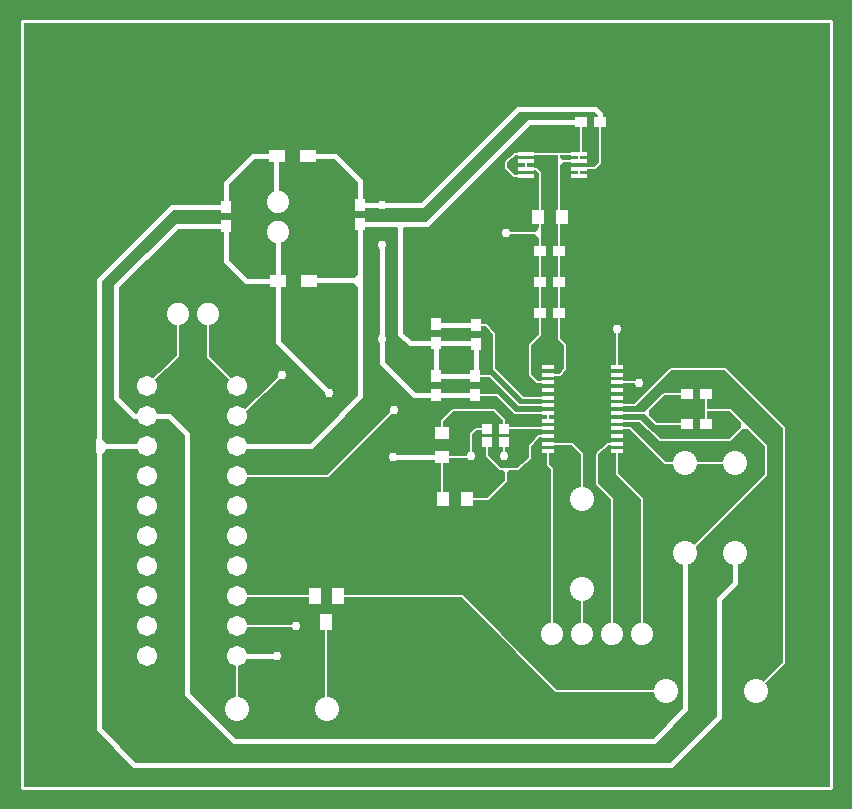
<source format=gbr>
G04 EAGLE Gerber RS-274X export*
G75*
%MOMM*%
%FSLAX34Y34*%
%LPD*%
%INTop Copper*%
%IPNEG*%
%AMOC8*
5,1,8,0,0,1.08239X$1,22.5*%
G01*
%ADD10C,1.879600*%
%ADD11R,1.400000X1.000000*%
%ADD12R,0.950000X0.850000*%
%ADD13C,2.032000*%
%ADD14R,1.000000X1.400000*%
%ADD15R,0.990600X0.304800*%
%ADD16R,1.050000X0.900000*%
%ADD17R,1.000000X1.250000*%
%ADD18R,1.250000X1.000000*%
%ADD19R,0.900000X1.050000*%
%ADD20C,1.705100*%
%ADD21R,1.397000X0.431800*%
%ADD22C,0.200000*%
%ADD23C,0.400000*%
%ADD24C,0.756400*%
%ADD25C,0.254000*%

G36*
X65075Y283004D02*
X65075Y283004D01*
X65090Y283003D01*
X65273Y283030D01*
X65456Y283054D01*
X65471Y283058D01*
X65486Y283061D01*
X65660Y283123D01*
X65834Y283183D01*
X65847Y283191D01*
X65862Y283196D01*
X66019Y283292D01*
X66179Y283385D01*
X66190Y283395D01*
X66203Y283403D01*
X66414Y283586D01*
X71414Y288586D01*
X71433Y288610D01*
X71456Y288630D01*
X71559Y288764D01*
X71667Y288896D01*
X71681Y288922D01*
X71699Y288946D01*
X71774Y289099D01*
X71853Y289249D01*
X71861Y289278D01*
X71875Y289305D01*
X71917Y289469D01*
X71965Y289632D01*
X71968Y289662D01*
X71975Y289692D01*
X71985Y289860D01*
X71999Y290030D01*
X71996Y290060D01*
X71997Y290090D01*
X71973Y290258D01*
X71953Y290427D01*
X71944Y290456D01*
X71939Y290486D01*
X71882Y290646D01*
X71829Y290807D01*
X71814Y290833D01*
X71804Y290862D01*
X71716Y291007D01*
X71632Y291154D01*
X71613Y291177D01*
X71597Y291203D01*
X71414Y291414D01*
X66414Y296414D01*
X66402Y296423D01*
X66392Y296435D01*
X66370Y296453D01*
X66352Y296472D01*
X66238Y296558D01*
X66104Y296667D01*
X66091Y296674D01*
X66079Y296683D01*
X66048Y296699D01*
X66032Y296711D01*
X65928Y296760D01*
X65914Y296767D01*
X65751Y296853D01*
X65737Y296857D01*
X65723Y296864D01*
X65684Y296875D01*
X65670Y296881D01*
X65589Y296901D01*
X65545Y296913D01*
X65368Y296965D01*
X65353Y296966D01*
X65338Y296970D01*
X65292Y296974D01*
X65282Y296976D01*
X65046Y296993D01*
X64970Y296999D01*
X64955Y296997D01*
X64940Y296998D01*
X64756Y296974D01*
X64573Y296953D01*
X64559Y296948D01*
X64544Y296946D01*
X64369Y296887D01*
X64193Y296829D01*
X64180Y296822D01*
X64166Y296817D01*
X64006Y296723D01*
X63846Y296632D01*
X63834Y296623D01*
X63821Y296615D01*
X63684Y296492D01*
X63544Y296370D01*
X63535Y296358D01*
X63524Y296348D01*
X63414Y296201D01*
X63338Y296102D01*
X63317Y296075D01*
X63316Y296073D01*
X63301Y296054D01*
X63294Y296040D01*
X63285Y296028D01*
X63207Y295861D01*
X63170Y295787D01*
X63136Y295719D01*
X63134Y295713D01*
X63125Y295695D01*
X63122Y295680D01*
X63115Y295667D01*
X63071Y295487D01*
X63062Y295452D01*
X63030Y295334D01*
X63029Y295324D01*
X63025Y295308D01*
X63024Y295293D01*
X63020Y295279D01*
X63001Y295000D01*
X63001Y285000D01*
X63002Y284985D01*
X63001Y284970D01*
X63022Y284786D01*
X63041Y284603D01*
X63045Y284588D01*
X63047Y284573D01*
X63104Y284398D01*
X63159Y284221D01*
X63166Y284208D01*
X63171Y284193D01*
X63261Y284033D01*
X63350Y283871D01*
X63360Y283859D01*
X63368Y283846D01*
X63489Y283706D01*
X63608Y283565D01*
X63620Y283556D01*
X63630Y283544D01*
X63776Y283432D01*
X63921Y283317D01*
X63934Y283310D01*
X63946Y283301D01*
X64112Y283220D01*
X64277Y283136D01*
X64292Y283132D01*
X64305Y283125D01*
X64484Y283079D01*
X64662Y283030D01*
X64677Y283029D01*
X64692Y283025D01*
X64875Y283015D01*
X65060Y283002D01*
X65075Y283004D01*
G37*
G36*
X286545Y423003D02*
X286545Y423003D01*
X286560Y423002D01*
X286744Y423026D01*
X286927Y423047D01*
X286941Y423052D01*
X286956Y423054D01*
X287131Y423113D01*
X287307Y423171D01*
X287320Y423178D01*
X287334Y423183D01*
X287494Y423277D01*
X287654Y423368D01*
X287666Y423378D01*
X287679Y423385D01*
X287816Y423508D01*
X287956Y423630D01*
X287965Y423642D01*
X287976Y423652D01*
X288086Y423799D01*
X288199Y423946D01*
X288206Y423960D01*
X288215Y423972D01*
X288293Y424139D01*
X288375Y424305D01*
X288378Y424320D01*
X288385Y424333D01*
X288429Y424513D01*
X288475Y424692D01*
X288476Y424707D01*
X288480Y424721D01*
X288499Y425000D01*
X288499Y435000D01*
X288498Y435015D01*
X288499Y435030D01*
X288497Y435044D01*
X288498Y435057D01*
X288478Y435211D01*
X288478Y435214D01*
X288459Y435397D01*
X288455Y435412D01*
X288453Y435427D01*
X288448Y435444D01*
X288446Y435453D01*
X288412Y435555D01*
X288396Y435602D01*
X288341Y435779D01*
X288334Y435792D01*
X288329Y435807D01*
X288319Y435826D01*
X288317Y435830D01*
X288285Y435884D01*
X288239Y435967D01*
X288150Y436129D01*
X288140Y436141D01*
X288132Y436154D01*
X288116Y436173D01*
X288115Y436175D01*
X288100Y436191D01*
X288011Y436294D01*
X287892Y436435D01*
X287880Y436444D01*
X287870Y436456D01*
X287724Y436568D01*
X287579Y436683D01*
X287566Y436690D01*
X287554Y436699D01*
X287388Y436780D01*
X287223Y436864D01*
X287209Y436868D01*
X287195Y436875D01*
X287016Y436921D01*
X286838Y436970D01*
X286823Y436972D01*
X286808Y436975D01*
X286716Y436980D01*
X286500Y436996D01*
X286496Y436996D01*
X286490Y436995D01*
X286440Y436998D01*
X286425Y436996D01*
X286410Y436997D01*
X286227Y436971D01*
X286161Y436962D01*
X286099Y436956D01*
X286088Y436952D01*
X286044Y436946D01*
X286029Y436942D01*
X286014Y436939D01*
X285840Y436877D01*
X285806Y436865D01*
X285717Y436838D01*
X285703Y436830D01*
X285666Y436817D01*
X285653Y436809D01*
X285639Y436804D01*
X285481Y436708D01*
X285477Y436706D01*
X285367Y436646D01*
X285350Y436631D01*
X285321Y436615D01*
X285310Y436605D01*
X285297Y436597D01*
X285086Y436414D01*
X280086Y431414D01*
X280067Y431390D01*
X280044Y431370D01*
X279941Y431236D01*
X279834Y431104D01*
X279819Y431078D01*
X279801Y431054D01*
X279726Y430901D01*
X279647Y430751D01*
X279639Y430722D01*
X279625Y430695D01*
X279583Y430531D01*
X279535Y430368D01*
X279532Y430338D01*
X279525Y430308D01*
X279515Y430140D01*
X279501Y429970D01*
X279504Y429940D01*
X279503Y429910D01*
X279527Y429742D01*
X279547Y429573D01*
X279556Y429544D01*
X279561Y429514D01*
X279618Y429354D01*
X279671Y429193D01*
X279686Y429167D01*
X279696Y429139D01*
X279784Y428993D01*
X279868Y428846D01*
X279887Y428823D01*
X279903Y428797D01*
X280086Y428586D01*
X285086Y423586D01*
X285098Y423577D01*
X285108Y423565D01*
X285252Y423451D01*
X285396Y423334D01*
X285409Y423326D01*
X285421Y423317D01*
X285586Y423233D01*
X285749Y423147D01*
X285763Y423143D01*
X285777Y423136D01*
X285955Y423087D01*
X286132Y423035D01*
X286147Y423034D01*
X286162Y423030D01*
X286345Y423017D01*
X286530Y423001D01*
X286545Y423003D01*
G37*
G36*
X439096Y465009D02*
X439096Y465009D01*
X439128Y465009D01*
X439233Y465038D01*
X439340Y465060D01*
X439369Y465076D01*
X439400Y465084D01*
X439493Y465142D01*
X439589Y465193D01*
X439612Y465215D01*
X439640Y465232D01*
X439713Y465313D01*
X439791Y465390D01*
X439807Y465418D01*
X439829Y465442D01*
X439876Y465540D01*
X439930Y465635D01*
X439938Y465666D01*
X439952Y465695D01*
X439966Y465785D01*
X439995Y465909D01*
X439993Y465958D01*
X439999Y466000D01*
X439999Y473810D01*
X439990Y473874D01*
X439991Y473938D01*
X439970Y474013D01*
X439959Y474089D01*
X439933Y474148D01*
X439916Y474210D01*
X439875Y474276D01*
X439843Y474346D01*
X439801Y474395D01*
X439768Y474450D01*
X439710Y474502D01*
X439660Y474560D01*
X439606Y474596D01*
X439558Y474639D01*
X439489Y474672D01*
X439424Y474715D01*
X439362Y474734D01*
X439305Y474762D01*
X439235Y474773D01*
X439154Y474797D01*
X439069Y474798D01*
X439000Y474809D01*
X438810Y474809D01*
X438715Y474796D01*
X438619Y474791D01*
X438576Y474776D01*
X438531Y474769D01*
X438443Y474730D01*
X438352Y474698D01*
X438318Y474673D01*
X438274Y474653D01*
X438177Y474570D01*
X438103Y474517D01*
X434293Y470707D01*
X434262Y470665D01*
X434253Y470657D01*
X434246Y470646D01*
X434209Y470610D01*
X434171Y470543D01*
X434124Y470481D01*
X434106Y470433D01*
X434098Y470421D01*
X434094Y470408D01*
X434070Y470365D01*
X434052Y470290D01*
X434025Y470217D01*
X434021Y470168D01*
X434016Y470151D01*
X434016Y470136D01*
X434005Y470091D01*
X434009Y470013D01*
X434003Y469936D01*
X434012Y469891D01*
X434012Y469869D01*
X434017Y469851D01*
X434019Y469809D01*
X434045Y469736D01*
X434060Y469660D01*
X434080Y469623D01*
X434087Y469597D01*
X434100Y469577D01*
X434112Y469542D01*
X434153Y469486D01*
X434193Y469411D01*
X434219Y469385D01*
X434235Y469357D01*
X434269Y469327D01*
X434293Y469293D01*
X438293Y465293D01*
X438319Y465274D01*
X438340Y465250D01*
X438432Y465190D01*
X438519Y465124D01*
X438549Y465113D01*
X438576Y465095D01*
X438681Y465063D01*
X438783Y465025D01*
X438815Y465022D01*
X438846Y465013D01*
X438955Y465011D01*
X439064Y465003D01*
X439096Y465009D01*
G37*
G36*
X615032Y304005D02*
X615032Y304005D01*
X615064Y304003D01*
X615171Y304025D01*
X615279Y304041D01*
X615309Y304054D01*
X615340Y304060D01*
X615437Y304112D01*
X615536Y304157D01*
X615561Y304178D01*
X615589Y304193D01*
X615668Y304269D01*
X615750Y304340D01*
X615768Y304367D01*
X615791Y304390D01*
X615845Y304485D01*
X615905Y304576D01*
X615914Y304607D01*
X615930Y304635D01*
X615955Y304742D01*
X615987Y304846D01*
X615988Y304878D01*
X615995Y304909D01*
X615990Y305019D01*
X615991Y305128D01*
X615982Y305159D01*
X615981Y305191D01*
X615945Y305294D01*
X615916Y305400D01*
X615899Y305427D01*
X615888Y305458D01*
X615835Y305531D01*
X615768Y305640D01*
X615732Y305672D01*
X615707Y305707D01*
X610707Y310707D01*
X610681Y310726D01*
X610660Y310750D01*
X610605Y310787D01*
X610562Y310825D01*
X610525Y310843D01*
X610481Y310876D01*
X610451Y310887D01*
X610424Y310905D01*
X610352Y310927D01*
X610308Y310948D01*
X610277Y310953D01*
X610217Y310975D01*
X610185Y310978D01*
X610154Y310987D01*
X610047Y310989D01*
X610004Y310996D01*
X610000Y310996D01*
X609985Y310993D01*
X609936Y310997D01*
X609904Y310991D01*
X609872Y310991D01*
X609769Y310963D01*
X609721Y310956D01*
X609707Y310949D01*
X609660Y310940D01*
X609631Y310924D01*
X609600Y310916D01*
X609512Y310861D01*
X609464Y310839D01*
X609451Y310828D01*
X609411Y310807D01*
X609388Y310785D01*
X609360Y310768D01*
X609294Y310694D01*
X609250Y310656D01*
X609239Y310639D01*
X609209Y310610D01*
X609193Y310582D01*
X609171Y310558D01*
X609131Y310474D01*
X609095Y310420D01*
X609088Y310397D01*
X609070Y310365D01*
X609062Y310334D01*
X609048Y310305D01*
X609036Y310228D01*
X609013Y310150D01*
X609012Y310122D01*
X609005Y310091D01*
X609007Y310042D01*
X609001Y310000D01*
X609001Y305000D01*
X609010Y304936D01*
X609009Y304872D01*
X609030Y304797D01*
X609041Y304721D01*
X609067Y304662D01*
X609084Y304600D01*
X609125Y304534D01*
X609157Y304464D01*
X609199Y304415D01*
X609232Y304360D01*
X609290Y304308D01*
X609340Y304250D01*
X609394Y304214D01*
X609442Y304171D01*
X609511Y304138D01*
X609576Y304095D01*
X609638Y304076D01*
X609695Y304048D01*
X609765Y304037D01*
X609846Y304013D01*
X609931Y304012D01*
X610000Y304001D01*
X615000Y304001D01*
X615032Y304005D01*
G37*
G36*
X455019Y527510D02*
X455019Y527510D01*
X455128Y527509D01*
X455159Y527518D01*
X455191Y527519D01*
X455294Y527555D01*
X455400Y527584D01*
X455427Y527601D01*
X455458Y527612D01*
X455531Y527665D01*
X455640Y527732D01*
X455672Y527768D01*
X455707Y527793D01*
X458207Y530293D01*
X458245Y530345D01*
X458291Y530390D01*
X458329Y530457D01*
X458376Y530519D01*
X458399Y530579D01*
X458430Y530635D01*
X458448Y530710D01*
X458475Y530783D01*
X458480Y530847D01*
X458495Y530909D01*
X458491Y530987D01*
X458497Y531064D01*
X458484Y531127D01*
X458481Y531191D01*
X458455Y531264D01*
X458440Y531340D01*
X458409Y531397D01*
X458388Y531458D01*
X458347Y531514D01*
X458307Y531589D01*
X458248Y531650D01*
X458207Y531707D01*
X455707Y534207D01*
X455681Y534226D01*
X455660Y534250D01*
X455605Y534287D01*
X455562Y534325D01*
X455525Y534343D01*
X455481Y534376D01*
X455451Y534387D01*
X455424Y534405D01*
X455352Y534427D01*
X455308Y534448D01*
X455277Y534453D01*
X455217Y534475D01*
X455185Y534478D01*
X455154Y534487D01*
X455047Y534489D01*
X455004Y534496D01*
X455000Y534496D01*
X454985Y534493D01*
X454936Y534497D01*
X454904Y534491D01*
X454872Y534491D01*
X454769Y534463D01*
X454721Y534456D01*
X454707Y534449D01*
X454660Y534440D01*
X454631Y534424D01*
X454600Y534416D01*
X454512Y534361D01*
X454464Y534339D01*
X454451Y534328D01*
X454411Y534307D01*
X454388Y534285D01*
X454360Y534268D01*
X454294Y534194D01*
X454250Y534156D01*
X454239Y534139D01*
X454209Y534110D01*
X454193Y534082D01*
X454171Y534058D01*
X454131Y533974D01*
X454095Y533920D01*
X454088Y533897D01*
X454070Y533865D01*
X454062Y533834D01*
X454048Y533805D01*
X454036Y533728D01*
X454013Y533650D01*
X454012Y533622D01*
X454005Y533591D01*
X454007Y533542D01*
X454001Y533500D01*
X454001Y528500D01*
X454005Y528468D01*
X454003Y528436D01*
X454025Y528329D01*
X454041Y528221D01*
X454054Y528191D01*
X454060Y528160D01*
X454112Y528063D01*
X454157Y527964D01*
X454178Y527939D01*
X454193Y527911D01*
X454269Y527833D01*
X454340Y527750D01*
X454367Y527732D01*
X454390Y527709D01*
X454485Y527655D01*
X454576Y527595D01*
X454607Y527586D01*
X454635Y527570D01*
X454742Y527545D01*
X454846Y527513D01*
X454878Y527512D01*
X454909Y527505D01*
X455019Y527510D01*
G37*
G36*
X410127Y267016D02*
X410127Y267016D01*
X410191Y267019D01*
X410264Y267045D01*
X410340Y267060D01*
X410397Y267091D01*
X410458Y267112D01*
X410514Y267153D01*
X410589Y267193D01*
X410650Y267252D01*
X410707Y267293D01*
X412707Y269293D01*
X412725Y269319D01*
X412749Y269339D01*
X412750Y269340D01*
X412810Y269432D01*
X412876Y269519D01*
X412887Y269549D01*
X412905Y269576D01*
X412937Y269681D01*
X412975Y269783D01*
X412978Y269815D01*
X412987Y269846D01*
X412989Y269955D01*
X412997Y270064D01*
X412991Y270096D01*
X412991Y270128D01*
X412962Y270233D01*
X412940Y270340D01*
X412924Y270369D01*
X412916Y270400D01*
X412858Y270493D01*
X412807Y270589D01*
X412785Y270612D01*
X412768Y270640D01*
X412687Y270713D01*
X412610Y270791D01*
X412582Y270807D01*
X412558Y270829D01*
X412460Y270876D01*
X412365Y270930D01*
X412334Y270938D01*
X412305Y270952D01*
X412215Y270966D01*
X412091Y270995D01*
X412042Y270993D01*
X412000Y270999D01*
X408000Y270999D01*
X407968Y270995D01*
X407936Y270997D01*
X407829Y270975D01*
X407721Y270959D01*
X407691Y270946D01*
X407660Y270940D01*
X407563Y270888D01*
X407464Y270843D01*
X407439Y270822D01*
X407411Y270807D01*
X407333Y270731D01*
X407250Y270660D01*
X407232Y270633D01*
X407209Y270610D01*
X407155Y270515D01*
X407095Y270424D01*
X407086Y270393D01*
X407070Y270365D01*
X407045Y270258D01*
X407013Y270154D01*
X407012Y270122D01*
X407005Y270091D01*
X407010Y269981D01*
X407009Y269872D01*
X407018Y269841D01*
X407019Y269809D01*
X407055Y269706D01*
X407084Y269600D01*
X407101Y269573D01*
X407112Y269542D01*
X407165Y269469D01*
X407232Y269360D01*
X407234Y269359D01*
X407269Y269327D01*
X407293Y269293D01*
X409293Y267293D01*
X409345Y267255D01*
X409390Y267209D01*
X409457Y267171D01*
X409519Y267124D01*
X409579Y267101D01*
X409635Y267070D01*
X409710Y267052D01*
X409783Y267025D01*
X409847Y267020D01*
X409909Y267005D01*
X409987Y267009D01*
X410064Y267003D01*
X410127Y267016D01*
G37*
D10*
X525500Y130500D03*
X500100Y130500D03*
X474700Y130500D03*
X449300Y130500D03*
X216600Y471150D03*
X216600Y496550D03*
X157500Y401500D03*
X132100Y401500D03*
D11*
X216300Y534950D03*
X242300Y534950D03*
X216800Y429700D03*
X242800Y429700D03*
D12*
X408050Y304450D03*
X393550Y304450D03*
X393550Y292950D03*
X408050Y292950D03*
D13*
X603600Y275200D03*
X603600Y199000D03*
X561700Y199000D03*
X561700Y275200D03*
X474700Y168600D03*
X474700Y244800D03*
X621350Y82550D03*
X545150Y82550D03*
X182500Y66800D03*
X258700Y66800D03*
D14*
X257950Y140550D03*
X248450Y162550D03*
X267450Y162550D03*
D15*
X445522Y356750D03*
X445522Y350250D03*
X445522Y343750D03*
X445522Y337250D03*
X445522Y330750D03*
X445522Y324250D03*
X445522Y317750D03*
X445522Y311250D03*
X445522Y304750D03*
X445522Y298250D03*
X445522Y291750D03*
X445522Y285250D03*
X503878Y285250D03*
X503878Y291750D03*
X503878Y298250D03*
X503878Y304750D03*
X503878Y311250D03*
X503878Y317750D03*
X503878Y324250D03*
X503878Y330750D03*
X503878Y337250D03*
X503878Y343750D03*
X503878Y350250D03*
X503878Y356750D03*
D16*
X489400Y564100D03*
X473400Y564100D03*
D17*
X437400Y483600D03*
X457400Y483600D03*
D16*
X439000Y402600D03*
X455000Y402600D03*
D18*
X355500Y300800D03*
X355500Y280800D03*
D17*
X356900Y244700D03*
X376900Y244700D03*
D19*
X350700Y392700D03*
X350700Y376700D03*
X384500Y392200D03*
X384500Y376200D03*
D16*
X439000Y428800D03*
X455000Y428800D03*
X439000Y454600D03*
X455000Y454600D03*
D19*
X383700Y348800D03*
X383700Y332800D03*
X350600Y348800D03*
X350600Y332800D03*
X173200Y492250D03*
X173200Y476250D03*
X286700Y493750D03*
X286700Y477750D03*
D16*
X562900Y308300D03*
X578900Y308300D03*
X562900Y334100D03*
X578900Y334100D03*
D20*
X182500Y111700D03*
X182500Y137100D03*
X182500Y162500D03*
X182500Y187900D03*
X182500Y213300D03*
X182500Y238700D03*
X182500Y264100D03*
X182500Y289500D03*
X182500Y314900D03*
X182500Y340300D03*
X106300Y340300D03*
X106300Y314900D03*
X106300Y289500D03*
X106300Y264100D03*
X106300Y238700D03*
X106300Y213300D03*
X106300Y187900D03*
X106300Y162500D03*
X106300Y137100D03*
X106300Y111700D03*
D21*
X472106Y517948D03*
X472106Y524298D03*
X472106Y530902D03*
X472106Y537252D03*
X426894Y537252D03*
X426894Y530902D03*
X426894Y524298D03*
X426894Y517948D03*
D22*
X578900Y320000D02*
X578900Y308300D01*
X578900Y320000D02*
X578900Y334100D01*
X578900Y320000D02*
X600000Y320000D01*
X610000Y310000D01*
X615000Y305000D01*
X630000Y290000D01*
X523750Y311250D02*
X503878Y311250D01*
X540000Y295000D02*
X600000Y295000D01*
X610000Y305000D01*
X615000Y305000D01*
X540000Y295000D02*
X523750Y311250D01*
X610000Y310000D02*
X610000Y305000D01*
X356900Y244700D02*
X355500Y246100D01*
X355500Y280800D01*
D23*
X189750Y429700D02*
X173200Y446250D01*
X173200Y476250D01*
X189750Y429700D02*
X216800Y429700D01*
X216600Y429900D02*
X216600Y471150D01*
D22*
X216600Y429900D02*
X216800Y429700D01*
D23*
X173200Y476250D02*
X131250Y476250D01*
X80000Y425000D01*
X95100Y314900D02*
X106300Y314900D01*
X80000Y330000D02*
X80000Y425000D01*
X80000Y330000D02*
X95100Y314900D01*
D22*
X380000Y300000D02*
X380000Y281000D01*
D24*
X380000Y281000D03*
X408000Y281000D03*
D22*
X408050Y281050D01*
X408050Y292950D01*
X380000Y281000D02*
X379800Y280800D01*
X355500Y280800D01*
X380000Y300000D02*
X384450Y304450D01*
X393550Y304450D01*
D23*
X355500Y280800D02*
X314200Y280800D01*
D24*
X260000Y335000D03*
D23*
X216800Y378200D01*
X216800Y429700D01*
D22*
X630000Y290000D02*
X630000Y265000D01*
X564000Y199000D02*
X561700Y199000D01*
X564000Y199000D02*
X630000Y265000D01*
D23*
X561700Y199000D02*
X561700Y66700D01*
X535000Y40000D01*
X180000Y40000D01*
X140000Y300000D02*
X125000Y315000D01*
D22*
X124900Y314900D01*
D23*
X106300Y314900D01*
X140000Y80000D02*
X180000Y40000D01*
X140000Y80000D02*
X140000Y300000D01*
D24*
X314200Y280800D03*
D22*
X439000Y402600D02*
X439000Y428800D01*
X439000Y454600D01*
X436250Y343750D02*
X445522Y343750D01*
X436250Y343750D02*
X430000Y350000D01*
X430000Y375000D01*
X439000Y384000D02*
X439000Y402600D01*
X439000Y384000D02*
X430000Y375000D01*
X426894Y524298D02*
X435702Y524298D01*
X439000Y521000D01*
X426894Y524298D02*
X426894Y530902D01*
X439000Y466000D02*
X439000Y454600D01*
X439000Y466000D02*
X439000Y470000D01*
X439000Y482000D02*
X437400Y483600D01*
X439000Y485200D02*
X439000Y521000D01*
X439000Y485200D02*
X437400Y483600D01*
X259100Y264100D02*
X182500Y264100D01*
D24*
X410000Y470000D03*
D22*
X435000Y470000D01*
X439000Y470000D01*
X439000Y474000D01*
X439000Y482000D01*
X439000Y474000D02*
X435000Y470000D01*
X439000Y466000D01*
X315000Y320000D02*
X259100Y264100D01*
D24*
X315000Y320000D03*
D22*
X408350Y304750D02*
X445522Y304750D01*
X408350Y304750D02*
X408050Y304450D01*
X408050Y311950D01*
X400000Y320000D01*
X365000Y320000D01*
X355500Y310500D01*
X355500Y300800D01*
D23*
X351200Y392200D02*
X384500Y392200D01*
D22*
X351200Y392200D02*
X350700Y392700D01*
X384500Y392200D02*
X392800Y392200D01*
X400000Y385000D01*
X400000Y355000D01*
X424250Y330750D02*
X445522Y330750D01*
X424250Y330750D02*
X400000Y355000D01*
D23*
X195900Y534950D02*
X173200Y512250D01*
X173200Y492250D01*
D22*
X215000Y534950D02*
X216300Y534950D01*
D23*
X215000Y534950D02*
X195900Y534950D01*
D22*
X215000Y498150D02*
X216600Y496550D01*
D23*
X215000Y498150D02*
X215000Y534950D01*
X173200Y492250D02*
X127250Y492250D01*
X65000Y430000D01*
X65000Y295000D01*
X603600Y199000D02*
X603600Y173600D01*
X590000Y160000D01*
X590000Y60000D01*
X550000Y20000D01*
X95000Y20000D02*
X65000Y50000D01*
X65000Y283500D01*
X65000Y284000D02*
X65000Y295000D01*
X95000Y20000D02*
X550000Y20000D01*
X70500Y289500D02*
X65000Y295000D01*
X70500Y289500D02*
X106300Y289500D01*
X70500Y289500D02*
X65000Y284000D01*
X65000Y283500D01*
D22*
X445522Y311250D02*
X445522Y317750D01*
D23*
X383700Y332800D02*
X350600Y332800D01*
D22*
X383700Y332800D02*
X402200Y332800D01*
X417250Y317750D02*
X445522Y317750D01*
X417250Y317750D02*
X402200Y332800D01*
X472106Y517948D02*
X472106Y524298D01*
X182500Y111700D02*
X182500Y66800D01*
D23*
X242300Y534950D02*
X265500Y534950D01*
X286700Y513750D02*
X286700Y493750D01*
X286700Y513750D02*
X265500Y534950D01*
D22*
X472106Y524298D02*
X472808Y525000D01*
X485000Y525000D01*
X489400Y529400D01*
X489400Y564100D01*
D23*
X489400Y570600D01*
X485000Y575000D01*
X420000Y575000D01*
X338750Y493750D01*
X330000Y493750D01*
X305000Y493750D01*
X286700Y493750D01*
X332200Y332800D02*
X350600Y332800D01*
X305000Y360000D02*
X305000Y380000D01*
D24*
X305000Y460000D03*
D23*
X305000Y380000D01*
D24*
X305000Y493750D03*
D23*
X305000Y360000D02*
X332200Y332800D01*
X215700Y111700D02*
X182500Y111700D01*
D22*
X215700Y111700D02*
X216000Y112000D01*
D24*
X216000Y112000D03*
X305000Y380000D03*
D22*
X420750Y324250D02*
X445522Y324250D01*
X396200Y348800D02*
X383700Y348800D01*
X396200Y348800D02*
X420750Y324250D01*
D23*
X383700Y348800D02*
X350600Y348800D01*
X350600Y376600D01*
D22*
X350700Y376700D01*
D23*
X384000Y376700D01*
D22*
X384500Y376200D01*
D23*
X384500Y349600D01*
D22*
X383700Y348800D01*
X445522Y350250D02*
X455250Y350250D01*
X460000Y355000D01*
X460000Y375000D01*
X455000Y380000D01*
X455000Y402600D01*
X455000Y428800D01*
X455000Y454600D01*
X472106Y535000D02*
X472106Y537252D01*
X472106Y535000D02*
X472106Y530902D01*
X472106Y537252D02*
X455000Y537252D01*
X426894Y537252D01*
X455000Y537252D02*
X455000Y531000D01*
X455098Y530902D01*
X455750Y530902D02*
X472106Y530902D01*
X455750Y530902D02*
X455098Y530902D01*
X457400Y483600D02*
X455000Y481200D01*
X455000Y454600D01*
X457400Y483600D02*
X457400Y486350D01*
X455000Y488750D01*
X455000Y530152D01*
X455750Y530902D01*
X472106Y535000D02*
X473706Y536600D01*
X426894Y517948D02*
X417052Y517948D01*
X410000Y525000D01*
X417252Y537252D02*
X426894Y537252D01*
X417252Y537252D02*
X410000Y530000D01*
X410000Y525000D01*
D23*
X286700Y477750D02*
X286700Y435000D01*
D22*
X473400Y538546D02*
X473400Y564100D01*
X473400Y538546D02*
X472106Y537252D01*
D23*
X317250Y477750D02*
X286700Y477750D01*
X317250Y477750D02*
X320000Y477750D01*
X322750Y477750D01*
X323000Y477750D02*
X342750Y477750D01*
X429100Y564100D02*
X473400Y564100D01*
X429100Y564100D02*
X342750Y477750D01*
X244500Y289500D02*
X182500Y289500D01*
X286700Y331700D02*
X286700Y425000D01*
D22*
X286700Y435000D01*
D23*
X255000Y300000D02*
X244500Y289500D01*
X255000Y300000D02*
X286700Y331700D01*
D22*
X242800Y429700D02*
X243100Y430000D01*
X281700Y430000D02*
X286700Y435000D01*
D23*
X281700Y430000D02*
X243100Y430000D01*
D22*
X281700Y430000D02*
X286700Y425000D01*
D23*
X328300Y376700D02*
X350700Y376700D01*
X328300Y376700D02*
X320000Y385000D01*
X320000Y475000D01*
D22*
X320000Y477750D01*
D23*
X317250Y477750D02*
X320000Y475000D01*
X322750Y477750D01*
D22*
X323000Y477750D01*
X503878Y317750D02*
X527750Y317750D01*
X544100Y334100D02*
X562900Y334100D01*
X529310Y319310D02*
X527750Y317750D01*
X530000Y320000D02*
X544100Y334100D01*
X537200Y308300D02*
X562900Y308300D01*
X537200Y308300D02*
X530000Y315500D01*
X528310Y317190D01*
X530000Y317190D02*
X530000Y320000D01*
X530000Y317190D02*
X530000Y315500D01*
X528310Y317190D02*
X527750Y317750D01*
X528310Y317190D02*
X529310Y317190D01*
X530000Y317190D01*
X529310Y319310D02*
X530000Y320000D01*
X529310Y319310D02*
X529310Y317190D01*
X515250Y304750D02*
X503878Y304750D01*
X544800Y275200D02*
X603600Y275200D01*
X544800Y275200D02*
X515250Y304750D01*
X561700Y275200D02*
X603600Y275200D01*
X132100Y366100D02*
X106300Y340300D01*
X132100Y366100D02*
X132100Y401500D01*
X182550Y162550D02*
X248450Y162550D01*
X182550Y162550D02*
X182500Y162500D01*
X182500Y137100D02*
X231900Y137100D01*
X232000Y137000D01*
D24*
X232000Y137000D03*
X522500Y343500D03*
D22*
X522250Y343750D01*
X503878Y343750D01*
D23*
X184900Y314900D02*
X182500Y314900D01*
D22*
X184900Y314900D02*
X220000Y350000D01*
D24*
X220000Y350000D03*
X504000Y388500D03*
D22*
X504000Y356872D01*
X503878Y356750D01*
X503878Y291750D02*
X496250Y291750D01*
X487400Y282900D01*
X487400Y257500D02*
X500100Y244800D01*
X500100Y130500D01*
X487400Y257500D02*
X487400Y282900D01*
X503878Y285250D02*
X503878Y266422D01*
X525500Y244800D02*
X525500Y130500D01*
X525500Y244800D02*
X503878Y266422D01*
X445522Y273978D02*
X445522Y285250D01*
X445522Y273978D02*
X449300Y270200D01*
X449300Y130500D01*
X474700Y130500D02*
X474700Y168600D01*
X465850Y291750D02*
X445522Y291750D01*
X465850Y291750D02*
X474700Y282900D01*
X474700Y244800D01*
X645000Y305000D02*
X645000Y106200D01*
X621350Y82550D01*
X645000Y305000D02*
X595000Y355000D01*
X550000Y355000D01*
X519250Y324250D02*
X503878Y324250D01*
X519250Y324250D02*
X550000Y355000D01*
X257950Y140550D02*
X257950Y67550D01*
X258700Y66800D01*
X452450Y82550D02*
X545150Y82550D01*
X452450Y82550D02*
X372450Y162550D01*
X267450Y162550D01*
X182500Y340300D02*
X157500Y365300D01*
X157500Y401500D01*
X393550Y292950D02*
X393550Y281450D01*
X405000Y270000D01*
X410000Y270000D01*
X420000Y270000D01*
X430000Y280000D01*
X430000Y290000D01*
X438250Y298250D01*
X445522Y298250D01*
X377200Y245000D02*
X376900Y244700D01*
X377200Y245000D02*
X395000Y245000D01*
X410000Y260000D01*
X410000Y270000D01*
D25*
X0Y0D02*
X685000Y0D01*
X685000Y650000D01*
X0Y650000D01*
X0Y0D01*
M02*

</source>
